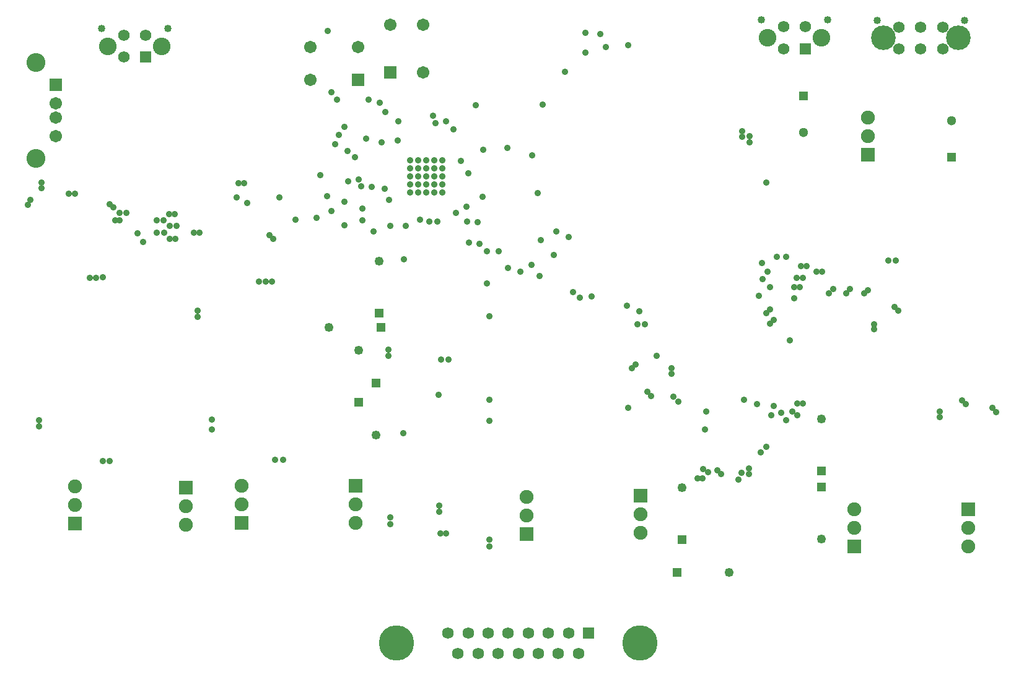
<source format=gbr>
%TF.GenerationSoftware,Altium Limited,Altium Designer,25.3.3 (18)*%
G04 Layer_Color=16711935*
%FSLAX45Y45*%
%MOMM*%
%TF.SameCoordinates,7852E7E1-4E30-4CDD-8EF1-640B4E54786C*%
%TF.FilePolarity,Negative*%
%TF.FileFunction,Soldermask,Bot*%
%TF.Part,Single*%
G01*
G75*
%TA.AperFunction,ComponentPad*%
%ADD61R,1.25000X1.25000*%
%ADD62C,1.25000*%
%ADD63C,4.82500*%
%ADD64C,1.59140*%
%ADD65R,1.59140X1.59140*%
%ADD69C,1.02000*%
%ADD70C,1.57000*%
%ADD71R,1.57000X1.57000*%
%ADD72C,2.41000*%
%ADD78R,1.25000X1.25000*%
%ADD79C,3.37300*%
%ADD81R,1.30000X1.30000*%
%ADD82C,1.30000*%
%ADD133C,2.58320*%
%ADD134C,1.71120*%
%ADD135R,1.71120X1.71120*%
%ADD136R,1.90320X1.90320*%
%ADD137C,1.90320*%
%ADD138R,1.70320X1.70320*%
%ADD139C,1.70320*%
%ADD140R,1.70320X1.70320*%
%ADD141R,1.90320X1.90320*%
%TA.AperFunction,ViaPad*%
%ADD142C,0.90320*%
D61*
X8864000Y6578600D02*
D03*
X12916499Y3225800D02*
D03*
D62*
X8154000Y6578600D02*
D03*
X12979401Y4380900D02*
D03*
X8839200Y7480300D02*
D03*
X8801100Y5106000D02*
D03*
X8559800Y6260500D02*
D03*
X13626500Y3225800D02*
D03*
X14884399Y5321300D02*
D03*
Y3683600D02*
D03*
D63*
X9077960Y2255520D02*
D03*
X12410440D02*
D03*
D64*
X9784080Y2397760D02*
D03*
X10058400D02*
D03*
X10332720D02*
D03*
X10607039D02*
D03*
X10881359D02*
D03*
X11155679D02*
D03*
X11429999D02*
D03*
X9921241Y2113280D02*
D03*
X10195561D02*
D03*
X10469881D02*
D03*
X10744200D02*
D03*
X11018520D02*
D03*
X11292840D02*
D03*
X11567160D02*
D03*
D65*
X11704319Y2397760D02*
D03*
D69*
X14068500Y10782600D02*
D03*
X14968500D02*
D03*
X5051500Y10668300D02*
D03*
X5951500D02*
D03*
X16844955Y10780100D02*
D03*
X15644955D02*
D03*
D70*
X14368500Y10688600D02*
D03*
X14668500D02*
D03*
X14368500Y10388600D02*
D03*
X5351500Y10574300D02*
D03*
X5651500D02*
D03*
X5351500Y10274300D02*
D03*
X15944955Y10686100D02*
D03*
X16244955D02*
D03*
X16544955D02*
D03*
X15944955Y10386100D02*
D03*
X16244955D02*
D03*
X16544955D02*
D03*
D71*
X14668500Y10388600D02*
D03*
X5651500Y10274300D02*
D03*
D72*
X14883501Y10538600D02*
D03*
X14153500D02*
D03*
X5866500Y10424300D02*
D03*
X5136500D02*
D03*
D78*
X12979401Y3670900D02*
D03*
X8839200Y6770300D02*
D03*
X8801100Y5816000D02*
D03*
X8559800Y5550500D02*
D03*
X14884399Y4611300D02*
D03*
Y4393600D02*
D03*
D79*
X16759955Y10536100D02*
D03*
X15729955D02*
D03*
D81*
X16662399Y8906700D02*
D03*
X14643100Y9745600D02*
D03*
D82*
X16662399Y9406700D02*
D03*
X14643100Y9245600D02*
D03*
D133*
X4148600Y8887800D02*
D03*
Y10201800D02*
D03*
D134*
X4419600Y9194800D02*
D03*
Y9444800D02*
D03*
Y9644800D02*
D03*
D135*
Y9894800D02*
D03*
D136*
X4683658Y3895042D02*
D03*
X15333891Y3584348D02*
D03*
X6959600Y3898900D02*
D03*
X8520670Y4408916D02*
D03*
X10858500Y3746500D02*
D03*
X12410594Y4275094D02*
D03*
X16890509Y4092348D02*
D03*
X6197255Y4381500D02*
D03*
D137*
X4683658Y4149042D02*
D03*
Y4403042D02*
D03*
X15519400Y9194800D02*
D03*
Y9448800D02*
D03*
X15333891Y3838348D02*
D03*
Y4092348D02*
D03*
X16890509Y3584348D02*
D03*
X12410594Y3767094D02*
D03*
X8520670Y3900916D02*
D03*
X6197255Y3873500D02*
D03*
X6959600Y4152900D02*
D03*
Y4406900D02*
D03*
X8520670Y4154916D02*
D03*
X10858500Y4254500D02*
D03*
Y4000500D02*
D03*
X12410594Y4021094D02*
D03*
X16890509Y3838348D02*
D03*
X6197255Y4127500D02*
D03*
D138*
X8995200Y10063600D02*
D03*
D139*
X9445200D02*
D03*
Y10713600D02*
D03*
X8995200D02*
D03*
X8554600Y10410400D02*
D03*
X7904600D02*
D03*
Y9960400D02*
D03*
D140*
X8554600D02*
D03*
D141*
X15519400Y8940800D02*
D03*
D142*
X4076700Y8318500D02*
D03*
X11861800Y10591800D02*
D03*
X11658600Y10604500D02*
D03*
X4603750Y8407400D02*
D03*
X12242800Y10439400D02*
D03*
X11226800Y7569200D02*
D03*
X10185400Y8013700D02*
D03*
X9956463Y8851840D02*
D03*
X10060409Y8688580D02*
D03*
X14198599Y5372100D02*
D03*
X14401801Y5308600D02*
D03*
X6553200Y5181600D02*
D03*
X10160000Y9613900D02*
D03*
X5613400Y7747000D02*
D03*
X10255634Y8363922D02*
D03*
X10033000Y8229600D02*
D03*
X11049000Y7772400D02*
D03*
X9639300Y8026400D02*
D03*
X9525000D02*
D03*
X8597900Y8509000D02*
D03*
X8737600Y8496300D02*
D03*
X8915400Y8470900D02*
D03*
X13754100Y4495800D02*
D03*
X13792200Y4584700D02*
D03*
X14135100Y8559800D02*
D03*
X8140700Y10629900D02*
D03*
X11379200Y10071100D02*
D03*
X10934700Y8928100D02*
D03*
X9893300Y8140700D02*
D03*
X8978900Y8318500D02*
D03*
X9398000Y8051800D02*
D03*
X9207500Y7964400D02*
D03*
X8991600Y7962900D02*
D03*
X8559800Y8597900D02*
D03*
X8509000Y8902700D02*
D03*
X8877300Y9105900D02*
D03*
X11012707Y8412235D02*
D03*
X10922800Y7429500D02*
D03*
X8191500Y9791700D02*
D03*
X8267700Y9690100D02*
D03*
X8242300Y9080500D02*
D03*
X8293100Y9207500D02*
D03*
X8369300Y9321800D02*
D03*
X9106185Y9397486D02*
D03*
X8928100Y9525000D02*
D03*
X8851900Y9652000D02*
D03*
X8699500Y9690100D02*
D03*
X8661400Y9156700D02*
D03*
X10591800Y9029700D02*
D03*
X10261600Y9004300D02*
D03*
X10210800Y7721600D02*
D03*
X10045700Y8026400D02*
D03*
X10071100Y7734300D02*
D03*
X10312400Y7620000D02*
D03*
X10477500D02*
D03*
X10316517Y7179617D02*
D03*
X8610600Y8204200D02*
D03*
X8420100Y8572500D02*
D03*
X8763000Y7888300D02*
D03*
X8610600Y8039100D02*
D03*
X8369300Y8293100D02*
D03*
Y7975600D02*
D03*
X8407400Y8991600D02*
D03*
X8191500Y8166100D02*
D03*
X8128000Y8369300D02*
D03*
X7988300Y8077200D02*
D03*
X7696200Y8051800D02*
D03*
X8039100Y8661400D02*
D03*
X9265700Y8866600D02*
D03*
X9375700D02*
D03*
X9485700D02*
D03*
X9595700D02*
D03*
X9705700D02*
D03*
X9265700Y8756600D02*
D03*
X9375700D02*
D03*
X9485700D02*
D03*
X9595700D02*
D03*
X9705700D02*
D03*
X9265700Y8646600D02*
D03*
X9375700D02*
D03*
X9485700D02*
D03*
X9595700D02*
D03*
X9705700D02*
D03*
X9265700Y8536600D02*
D03*
X9375700D02*
D03*
X9485700D02*
D03*
X9595700D02*
D03*
X9705700D02*
D03*
X9265700Y8426600D02*
D03*
X9375700D02*
D03*
X9485700D02*
D03*
X9595700D02*
D03*
X9705700D02*
D03*
X9093200Y9131300D02*
D03*
X14592300Y7124700D02*
D03*
X14516100D02*
D03*
X14185899D02*
D03*
X15887700Y6858000D02*
D03*
X15940045Y6805655D02*
D03*
X12230100Y6870700D02*
D03*
X14452600Y6400800D02*
D03*
X14554201Y5372100D02*
D03*
X14490700Y5422900D02*
D03*
X12839700Y5943600D02*
D03*
Y6019800D02*
D03*
X13268764Y4635791D02*
D03*
X13335001Y4597400D02*
D03*
X11747500Y6997700D02*
D03*
X5537200Y7861300D02*
D03*
X6057900Y7785100D02*
D03*
X5981700D02*
D03*
X9613900Y9372600D02*
D03*
X9855200Y9289136D02*
D03*
X9753600Y9398000D02*
D03*
X10769600Y7340600D02*
D03*
X9182100Y7505700D02*
D03*
X11074400Y9626600D02*
D03*
X11938992Y10414000D02*
D03*
X9575800Y9474200D02*
D03*
X11658600Y10337800D02*
D03*
X14681200Y7416800D02*
D03*
X14401801Y7543800D02*
D03*
X14274800D02*
D03*
X14516100Y6974316D02*
D03*
X11493500Y7061200D02*
D03*
X11582400Y6985000D02*
D03*
X10350500Y6731000D02*
D03*
X14008099Y5524500D02*
D03*
X12636500Y6184900D02*
D03*
X13830299Y5588000D02*
D03*
X14058900Y4864100D02*
D03*
X14135100Y4940300D02*
D03*
X10604500Y7391400D02*
D03*
X11036300Y7277100D02*
D03*
X12395200Y6794500D02*
D03*
X13804900Y9182100D02*
D03*
Y9258300D02*
D03*
X14030217Y7010400D02*
D03*
X14084300Y7239000D02*
D03*
X14147800Y7340600D02*
D03*
X14071600Y7454900D02*
D03*
X12471400Y6616700D02*
D03*
X12369800D02*
D03*
X11430000Y7810500D02*
D03*
X11264900Y7886700D02*
D03*
X12928600Y5562600D02*
D03*
X7480300Y8356600D02*
D03*
X7035800Y8280400D02*
D03*
X6896100Y8356600D02*
D03*
X7378599Y7204172D02*
D03*
X7289800Y7200900D02*
D03*
X7200900D02*
D03*
X13906500Y9112250D02*
D03*
Y9194800D02*
D03*
X14185899Y6819900D02*
D03*
X14897099Y7340600D02*
D03*
X14820900D02*
D03*
X14608043Y7416800D02*
D03*
X14630400Y7251700D02*
D03*
X14547388D02*
D03*
X9169400Y5130800D02*
D03*
X13296899Y5181600D02*
D03*
X15223276Y7046432D02*
D03*
X15278101Y7099300D02*
D03*
X15608299Y6623050D02*
D03*
Y6553200D02*
D03*
X15474734Y7041934D02*
D03*
X15519400Y7086600D02*
D03*
X14992123Y7041924D02*
D03*
X15049500Y7099300D02*
D03*
X14236700Y6680200D02*
D03*
X14185899Y6629400D02*
D03*
X14135100Y6769100D02*
D03*
X14630400Y5537200D02*
D03*
X10350500Y5588000D02*
D03*
X6311900Y7874000D02*
D03*
X6388100D02*
D03*
X7389900Y7786600D02*
D03*
X7340600Y7835900D02*
D03*
X5800929Y8039100D02*
D03*
X5969000Y8128000D02*
D03*
X5899559Y8039100D02*
D03*
X6045200Y8128000D02*
D03*
X6070600Y7962900D02*
D03*
X5981700D02*
D03*
X5803900Y7874000D02*
D03*
X5905500D02*
D03*
X5295900Y8140700D02*
D03*
X5384800D02*
D03*
X15798801Y7493000D02*
D03*
X15903085D02*
D03*
X6921500Y8547100D02*
D03*
X6997700D02*
D03*
X12344400Y6070600D02*
D03*
X12293600Y6019800D02*
D03*
X5232400Y8039100D02*
D03*
X5295900D02*
D03*
X5207000Y8216900D02*
D03*
X5162550Y8261350D02*
D03*
X4686300Y8407400D02*
D03*
X4229100Y8483600D02*
D03*
X4226615Y8560916D02*
D03*
X4038600Y8255000D02*
D03*
X13265150Y4508500D02*
D03*
X13195300D02*
D03*
X13893800Y4572000D02*
D03*
Y4648200D02*
D03*
X13512801Y4572000D02*
D03*
X13462000Y4622800D02*
D03*
X13309599Y5422900D02*
D03*
X14554201Y5537200D02*
D03*
X14338300Y5410200D02*
D03*
X14236700Y5503088D02*
D03*
X17220450Y5474450D02*
D03*
X17277600Y5417300D02*
D03*
X16807700Y5582402D02*
D03*
X16858501Y5531600D02*
D03*
X16502901Y5353800D02*
D03*
Y5423650D02*
D03*
X12242800Y5473700D02*
D03*
X6362700Y6807200D02*
D03*
Y6718300D02*
D03*
X9664700Y4140200D02*
D03*
Y4051300D02*
D03*
X8991600Y3975100D02*
D03*
Y3886200D02*
D03*
X9677400Y3759200D02*
D03*
X9753600D02*
D03*
X9658350Y5651500D02*
D03*
X10350500Y5295900D02*
D03*
Y3580099D02*
D03*
Y3670300D02*
D03*
X9690100Y6134100D02*
D03*
X9791700D02*
D03*
X8966200Y6184900D02*
D03*
Y6273800D02*
D03*
X12865100Y5626100D02*
D03*
X12560300Y5638800D02*
D03*
X12509948Y5696552D02*
D03*
X5061599Y7259533D02*
D03*
X4972800Y7256262D02*
D03*
X4883900D02*
D03*
X7531100Y4762500D02*
D03*
X7416800D02*
D03*
X6552556Y5313576D02*
D03*
X4191000Y5308600D02*
D03*
X5067300Y4749800D02*
D03*
X5156200D02*
D03*
X4191000Y5219700D02*
D03*
%TF.MD5,1f4f212c25e23e7c28f9b55af2821584*%
M02*

</source>
